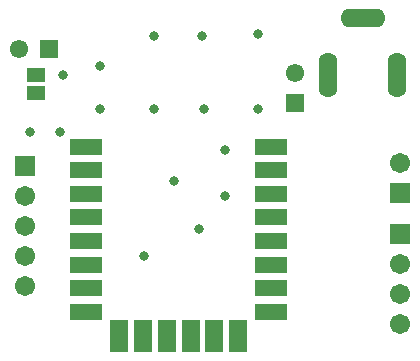
<source format=gbs>
%FSLAX25Y25*%
%MOIN*%
G70*
G01*
G75*
G04 Layer_Color=16711935*
%ADD10R,0.04331X0.05512*%
%ADD11R,0.05906X0.09843*%
%ADD12R,0.05906X0.09843*%
%ADD13R,0.04528X0.02362*%
%ADD14R,0.05512X0.04331*%
G04:AMPARAMS|DCode=15|XSize=74.8mil|YSize=125.98mil|CornerRadius=0mil|HoleSize=0mil|Usage=FLASHONLY|Rotation=270.000|XOffset=0mil|YOffset=0mil|HoleType=Round|Shape=Octagon|*
%AMOCTAGOND15*
4,1,8,0.06299,0.01870,0.06299,-0.01870,0.04429,-0.03740,-0.04429,-0.03740,-0.06299,-0.01870,-0.06299,0.01870,-0.04429,0.03740,0.04429,0.03740,0.06299,0.01870,0.0*
%
%ADD15OCTAGOND15*%

%ADD16R,0.05512X0.02362*%
%ADD17R,0.07087X0.02362*%
%ADD18C,0.05000*%
%ADD19C,0.02500*%
%ADD20C,0.02000*%
%ADD21R,0.10000X0.04500*%
%ADD22R,0.05500X0.10000*%
%ADD23C,0.05315*%
%ADD24R,0.05315X0.05315*%
%ADD25R,0.05315X0.05315*%
%ADD26C,0.05906*%
%ADD27R,0.05906X0.05906*%
%ADD28O,0.05512X0.14173*%
%ADD29O,0.14173X0.05512*%
%ADD30C,0.02500*%
%ADD31C,0.10000*%
%ADD32C,0.00984*%
%ADD33C,0.00787*%
%ADD34C,0.00700*%
%ADD35R,0.05131X0.06312*%
%ADD36R,0.06706X0.10642*%
%ADD37R,0.06706X0.10642*%
%ADD38R,0.05328X0.03162*%
%ADD39R,0.06312X0.05131*%
G04:AMPARAMS|DCode=40|XSize=82.8mil|YSize=133.98mil|CornerRadius=0mil|HoleSize=0mil|Usage=FLASHONLY|Rotation=270.000|XOffset=0mil|YOffset=0mil|HoleType=Round|Shape=Octagon|*
%AMOCTAGOND40*
4,1,8,0.06699,0.02070,0.06699,-0.02070,0.04629,-0.04140,-0.04629,-0.04140,-0.06699,-0.02070,-0.06699,0.02070,-0.04629,0.04140,0.04629,0.04140,0.06699,0.02070,0.0*
%
%ADD40OCTAGOND40*%

%ADD41R,0.06312X0.03162*%
%ADD42R,0.07887X0.03162*%
%ADD43R,0.10800X0.05300*%
%ADD44R,0.06300X0.10800*%
%ADD45C,0.06115*%
%ADD46R,0.06115X0.06115*%
%ADD47R,0.06115X0.06115*%
%ADD48C,0.06706*%
%ADD49R,0.06706X0.06706*%
%ADD50O,0.06312X0.14973*%
%ADD51O,0.14973X0.06312*%
%ADD52C,0.03300*%
D39*
X10500Y87047D02*
D03*
Y92953D02*
D03*
D43*
X27400Y69100D02*
D03*
Y61300D02*
D03*
Y53300D02*
D03*
Y45500D02*
D03*
Y37600D02*
D03*
X27300Y29700D02*
D03*
Y21900D02*
D03*
X88800Y14100D02*
D03*
Y29800D02*
D03*
Y37600D02*
D03*
Y45600D02*
D03*
Y53400D02*
D03*
Y61300D02*
D03*
Y69100D02*
D03*
X27300Y14000D02*
D03*
X88800Y22000D02*
D03*
D44*
X38400Y5900D02*
D03*
X46400D02*
D03*
X54200D02*
D03*
X62200D02*
D03*
X70000D02*
D03*
X77800D02*
D03*
D45*
X5000Y101500D02*
D03*
X97000Y93500D02*
D03*
D46*
X15000Y101500D02*
D03*
D47*
X97000Y83500D02*
D03*
D48*
X7000Y22500D02*
D03*
Y32500D02*
D03*
Y42500D02*
D03*
Y52500D02*
D03*
X131929Y63559D02*
D03*
Y10059D02*
D03*
Y20059D02*
D03*
Y30059D02*
D03*
D49*
X7000Y62500D02*
D03*
X131929Y53559D02*
D03*
Y40059D02*
D03*
D50*
X130791Y93000D02*
D03*
X107957D02*
D03*
D51*
X119768Y111898D02*
D03*
D52*
X19500Y93000D02*
D03*
X56500Y57500D02*
D03*
X46500Y32500D02*
D03*
X65000Y41500D02*
D03*
X73547Y52500D02*
D03*
Y68000D02*
D03*
X84500Y106500D02*
D03*
Y81500D02*
D03*
X8500Y74000D02*
D03*
X18500D02*
D03*
X32000Y81500D02*
D03*
Y96000D02*
D03*
X50000Y81500D02*
D03*
X66500D02*
D03*
X66000Y106000D02*
D03*
X50000D02*
D03*
M02*

</source>
